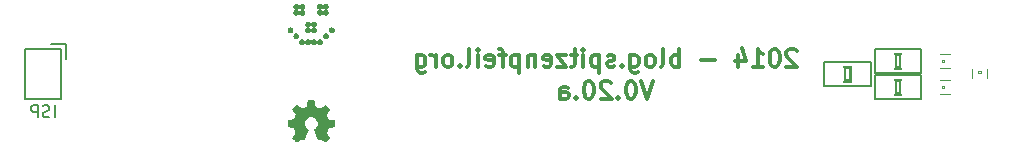
<source format=gbo>
%FSLAX34Y34*%
G04 Gerber Fmt 3.4, Leading zero omitted, Abs format*
G04 (created by PCBNEW (2014-05-06 BZR 4854)-product) date Tue 06 May 2014 08:28:12 PM CEST*
%MOIN*%
G01*
G70*
G90*
G04 APERTURE LIST*
%ADD10C,0.005906*%
%ADD11C,0.011811*%
%ADD12C,0.007874*%
%ADD13C,0.000100*%
%ADD14C,0.003937*%
%ADD15R,0.040000X0.040000*%
%ADD16C,0.040000*%
%ADD17R,0.051100X0.059000*%
%ADD18R,0.059055X0.047244*%
%ADD19R,0.047244X0.059055*%
%ADD20C,0.035400*%
G04 APERTURE END LIST*
G54D10*
G54D11*
X37168Y-41937D02*
X37140Y-41909D01*
X37083Y-41881D01*
X36943Y-41881D01*
X36886Y-41909D01*
X36858Y-41937D01*
X36830Y-41993D01*
X36830Y-42050D01*
X36858Y-42134D01*
X37196Y-42471D01*
X36830Y-42471D01*
X36465Y-41881D02*
X36408Y-41881D01*
X36352Y-41909D01*
X36324Y-41937D01*
X36296Y-41993D01*
X36268Y-42106D01*
X36268Y-42246D01*
X36296Y-42359D01*
X36324Y-42415D01*
X36352Y-42443D01*
X36408Y-42471D01*
X36465Y-42471D01*
X36521Y-42443D01*
X36549Y-42415D01*
X36577Y-42359D01*
X36605Y-42246D01*
X36605Y-42106D01*
X36577Y-41993D01*
X36549Y-41937D01*
X36521Y-41909D01*
X36465Y-41881D01*
X35705Y-42471D02*
X36043Y-42471D01*
X35874Y-42471D02*
X35874Y-41881D01*
X35930Y-41965D01*
X35987Y-42021D01*
X36043Y-42050D01*
X35199Y-42078D02*
X35199Y-42471D01*
X35340Y-41853D02*
X35480Y-42275D01*
X35115Y-42275D01*
X34440Y-42246D02*
X33990Y-42246D01*
X33259Y-42471D02*
X33259Y-41881D01*
X33259Y-42106D02*
X33203Y-42078D01*
X33090Y-42078D01*
X33034Y-42106D01*
X33006Y-42134D01*
X32978Y-42190D01*
X32978Y-42359D01*
X33006Y-42415D01*
X33034Y-42443D01*
X33090Y-42471D01*
X33203Y-42471D01*
X33259Y-42443D01*
X32640Y-42471D02*
X32696Y-42443D01*
X32724Y-42387D01*
X32724Y-41881D01*
X32331Y-42471D02*
X32387Y-42443D01*
X32415Y-42415D01*
X32443Y-42359D01*
X32443Y-42190D01*
X32415Y-42134D01*
X32387Y-42106D01*
X32331Y-42078D01*
X32246Y-42078D01*
X32190Y-42106D01*
X32162Y-42134D01*
X32134Y-42190D01*
X32134Y-42359D01*
X32162Y-42415D01*
X32190Y-42443D01*
X32246Y-42471D01*
X32331Y-42471D01*
X31628Y-42078D02*
X31628Y-42556D01*
X31656Y-42612D01*
X31684Y-42640D01*
X31740Y-42668D01*
X31825Y-42668D01*
X31881Y-42640D01*
X31628Y-42443D02*
X31684Y-42471D01*
X31796Y-42471D01*
X31853Y-42443D01*
X31881Y-42415D01*
X31909Y-42359D01*
X31909Y-42190D01*
X31881Y-42134D01*
X31853Y-42106D01*
X31796Y-42078D01*
X31684Y-42078D01*
X31628Y-42106D01*
X31347Y-42415D02*
X31318Y-42443D01*
X31347Y-42471D01*
X31375Y-42443D01*
X31347Y-42415D01*
X31347Y-42471D01*
X31093Y-42443D02*
X31037Y-42471D01*
X30925Y-42471D01*
X30868Y-42443D01*
X30840Y-42387D01*
X30840Y-42359D01*
X30868Y-42303D01*
X30925Y-42275D01*
X31009Y-42275D01*
X31065Y-42246D01*
X31093Y-42190D01*
X31093Y-42162D01*
X31065Y-42106D01*
X31009Y-42078D01*
X30925Y-42078D01*
X30868Y-42106D01*
X30587Y-42078D02*
X30587Y-42668D01*
X30587Y-42106D02*
X30531Y-42078D01*
X30419Y-42078D01*
X30362Y-42106D01*
X30334Y-42134D01*
X30306Y-42190D01*
X30306Y-42359D01*
X30334Y-42415D01*
X30362Y-42443D01*
X30419Y-42471D01*
X30531Y-42471D01*
X30587Y-42443D01*
X30053Y-42471D02*
X30053Y-42078D01*
X30053Y-41881D02*
X30081Y-41909D01*
X30053Y-41937D01*
X30025Y-41909D01*
X30053Y-41881D01*
X30053Y-41937D01*
X29856Y-42078D02*
X29631Y-42078D01*
X29772Y-41881D02*
X29772Y-42387D01*
X29744Y-42443D01*
X29687Y-42471D01*
X29631Y-42471D01*
X29491Y-42078D02*
X29181Y-42078D01*
X29491Y-42471D01*
X29181Y-42471D01*
X28731Y-42443D02*
X28787Y-42471D01*
X28900Y-42471D01*
X28956Y-42443D01*
X28984Y-42387D01*
X28984Y-42162D01*
X28956Y-42106D01*
X28900Y-42078D01*
X28787Y-42078D01*
X28731Y-42106D01*
X28703Y-42162D01*
X28703Y-42218D01*
X28984Y-42275D01*
X28450Y-42078D02*
X28450Y-42471D01*
X28450Y-42134D02*
X28422Y-42106D01*
X28366Y-42078D01*
X28281Y-42078D01*
X28225Y-42106D01*
X28197Y-42162D01*
X28197Y-42471D01*
X27916Y-42078D02*
X27916Y-42668D01*
X27916Y-42106D02*
X27859Y-42078D01*
X27747Y-42078D01*
X27691Y-42106D01*
X27663Y-42134D01*
X27634Y-42190D01*
X27634Y-42359D01*
X27663Y-42415D01*
X27691Y-42443D01*
X27747Y-42471D01*
X27859Y-42471D01*
X27916Y-42443D01*
X27466Y-42078D02*
X27241Y-42078D01*
X27381Y-42471D02*
X27381Y-41965D01*
X27353Y-41909D01*
X27297Y-41881D01*
X27241Y-41881D01*
X26819Y-42443D02*
X26875Y-42471D01*
X26988Y-42471D01*
X27044Y-42443D01*
X27072Y-42387D01*
X27072Y-42162D01*
X27044Y-42106D01*
X26988Y-42078D01*
X26875Y-42078D01*
X26819Y-42106D01*
X26791Y-42162D01*
X26791Y-42218D01*
X27072Y-42275D01*
X26538Y-42471D02*
X26538Y-42078D01*
X26538Y-41881D02*
X26566Y-41909D01*
X26538Y-41937D01*
X26510Y-41909D01*
X26538Y-41881D01*
X26538Y-41937D01*
X26172Y-42471D02*
X26228Y-42443D01*
X26257Y-42387D01*
X26257Y-41881D01*
X25947Y-42415D02*
X25919Y-42443D01*
X25947Y-42471D01*
X25975Y-42443D01*
X25947Y-42415D01*
X25947Y-42471D01*
X25582Y-42471D02*
X25638Y-42443D01*
X25666Y-42415D01*
X25694Y-42359D01*
X25694Y-42190D01*
X25666Y-42134D01*
X25638Y-42106D01*
X25582Y-42078D01*
X25497Y-42078D01*
X25441Y-42106D01*
X25413Y-42134D01*
X25385Y-42190D01*
X25385Y-42359D01*
X25413Y-42415D01*
X25441Y-42443D01*
X25497Y-42471D01*
X25582Y-42471D01*
X25132Y-42471D02*
X25132Y-42078D01*
X25132Y-42190D02*
X25104Y-42134D01*
X25075Y-42106D01*
X25019Y-42078D01*
X24963Y-42078D01*
X24513Y-42078D02*
X24513Y-42556D01*
X24541Y-42612D01*
X24569Y-42640D01*
X24625Y-42668D01*
X24710Y-42668D01*
X24766Y-42640D01*
X24513Y-42443D02*
X24569Y-42471D01*
X24682Y-42471D01*
X24738Y-42443D01*
X24766Y-42415D01*
X24794Y-42359D01*
X24794Y-42190D01*
X24766Y-42134D01*
X24738Y-42106D01*
X24682Y-42078D01*
X24569Y-42078D01*
X24513Y-42106D01*
X32376Y-42944D02*
X32179Y-43534D01*
X31982Y-42944D01*
X31673Y-42944D02*
X31616Y-42944D01*
X31560Y-42972D01*
X31532Y-43000D01*
X31504Y-43056D01*
X31476Y-43169D01*
X31476Y-43309D01*
X31504Y-43422D01*
X31532Y-43478D01*
X31560Y-43506D01*
X31616Y-43534D01*
X31673Y-43534D01*
X31729Y-43506D01*
X31757Y-43478D01*
X31785Y-43422D01*
X31813Y-43309D01*
X31813Y-43169D01*
X31785Y-43056D01*
X31757Y-43000D01*
X31729Y-42972D01*
X31673Y-42944D01*
X31223Y-43478D02*
X31195Y-43506D01*
X31223Y-43534D01*
X31251Y-43506D01*
X31223Y-43478D01*
X31223Y-43534D01*
X30970Y-43000D02*
X30942Y-42972D01*
X30885Y-42944D01*
X30745Y-42944D01*
X30688Y-42972D01*
X30660Y-43000D01*
X30632Y-43056D01*
X30632Y-43113D01*
X30660Y-43197D01*
X30998Y-43534D01*
X30632Y-43534D01*
X30267Y-42944D02*
X30210Y-42944D01*
X30154Y-42972D01*
X30126Y-43000D01*
X30098Y-43056D01*
X30070Y-43169D01*
X30070Y-43309D01*
X30098Y-43422D01*
X30126Y-43478D01*
X30154Y-43506D01*
X30210Y-43534D01*
X30267Y-43534D01*
X30323Y-43506D01*
X30351Y-43478D01*
X30379Y-43422D01*
X30407Y-43309D01*
X30407Y-43169D01*
X30379Y-43056D01*
X30351Y-43000D01*
X30323Y-42972D01*
X30267Y-42944D01*
X29817Y-43478D02*
X29789Y-43506D01*
X29817Y-43534D01*
X29845Y-43506D01*
X29817Y-43478D01*
X29817Y-43534D01*
X29282Y-43534D02*
X29282Y-43225D01*
X29311Y-43169D01*
X29367Y-43141D01*
X29479Y-43141D01*
X29535Y-43169D01*
X29282Y-43506D02*
X29339Y-43534D01*
X29479Y-43534D01*
X29535Y-43506D01*
X29564Y-43450D01*
X29564Y-43394D01*
X29535Y-43338D01*
X29479Y-43309D01*
X29339Y-43309D01*
X29282Y-43281D01*
G54D12*
X12797Y-41716D02*
X12297Y-41716D01*
X12797Y-41716D02*
X12797Y-42216D01*
X11456Y-41889D02*
X11456Y-43543D01*
X11456Y-43543D02*
X12598Y-43543D01*
X12598Y-43543D02*
X12637Y-43543D01*
X12637Y-43543D02*
X12637Y-41889D01*
X12637Y-41889D02*
X11456Y-41889D01*
G54D13*
G36*
X20507Y-44998D02*
X20515Y-44994D01*
X20534Y-44982D01*
X20560Y-44965D01*
X20591Y-44944D01*
X20622Y-44923D01*
X20648Y-44906D01*
X20666Y-44894D01*
X20673Y-44890D01*
X20677Y-44891D01*
X20692Y-44899D01*
X20714Y-44910D01*
X20726Y-44916D01*
X20746Y-44925D01*
X20756Y-44927D01*
X20757Y-44924D01*
X20765Y-44909D01*
X20776Y-44883D01*
X20791Y-44849D01*
X20808Y-44809D01*
X20826Y-44766D01*
X20844Y-44722D01*
X20862Y-44680D01*
X20877Y-44642D01*
X20890Y-44612D01*
X20898Y-44590D01*
X20901Y-44581D01*
X20900Y-44579D01*
X20890Y-44570D01*
X20873Y-44557D01*
X20835Y-44526D01*
X20799Y-44480D01*
X20776Y-44428D01*
X20769Y-44370D01*
X20775Y-44317D01*
X20796Y-44266D01*
X20832Y-44219D01*
X20876Y-44185D01*
X20927Y-44163D01*
X20984Y-44156D01*
X21039Y-44162D01*
X21091Y-44183D01*
X21138Y-44218D01*
X21157Y-44241D01*
X21184Y-44288D01*
X21200Y-44338D01*
X21201Y-44350D01*
X21199Y-44406D01*
X21183Y-44459D01*
X21154Y-44506D01*
X21113Y-44545D01*
X21108Y-44549D01*
X21089Y-44563D01*
X21077Y-44572D01*
X21067Y-44580D01*
X21137Y-44750D01*
X21148Y-44777D01*
X21168Y-44823D01*
X21185Y-44863D01*
X21198Y-44895D01*
X21208Y-44916D01*
X21212Y-44925D01*
X21212Y-44925D01*
X21218Y-44926D01*
X21231Y-44921D01*
X21255Y-44910D01*
X21271Y-44902D01*
X21289Y-44893D01*
X21297Y-44890D01*
X21304Y-44894D01*
X21321Y-44905D01*
X21346Y-44922D01*
X21376Y-44942D01*
X21405Y-44962D01*
X21432Y-44980D01*
X21451Y-44992D01*
X21461Y-44997D01*
X21462Y-44997D01*
X21470Y-44992D01*
X21486Y-44980D01*
X21509Y-44958D01*
X21541Y-44926D01*
X21546Y-44921D01*
X21573Y-44893D01*
X21595Y-44870D01*
X21610Y-44854D01*
X21615Y-44847D01*
X21615Y-44847D01*
X21610Y-44837D01*
X21598Y-44818D01*
X21580Y-44791D01*
X21559Y-44760D01*
X21503Y-44678D01*
X21534Y-44601D01*
X21543Y-44578D01*
X21555Y-44549D01*
X21564Y-44529D01*
X21569Y-44520D01*
X21577Y-44517D01*
X21598Y-44512D01*
X21629Y-44505D01*
X21665Y-44499D01*
X21700Y-44492D01*
X21731Y-44486D01*
X21754Y-44482D01*
X21764Y-44480D01*
X21766Y-44478D01*
X21768Y-44473D01*
X21770Y-44463D01*
X21770Y-44444D01*
X21771Y-44414D01*
X21771Y-44370D01*
X21771Y-44366D01*
X21770Y-44324D01*
X21770Y-44291D01*
X21769Y-44270D01*
X21767Y-44262D01*
X21767Y-44262D01*
X21757Y-44259D01*
X21735Y-44255D01*
X21704Y-44248D01*
X21666Y-44241D01*
X21664Y-44241D01*
X21627Y-44234D01*
X21596Y-44227D01*
X21574Y-44222D01*
X21565Y-44219D01*
X21563Y-44217D01*
X21555Y-44202D01*
X21544Y-44179D01*
X21532Y-44151D01*
X21520Y-44122D01*
X21509Y-44095D01*
X21502Y-44076D01*
X21500Y-44067D01*
X21500Y-44067D01*
X21506Y-44058D01*
X21519Y-44038D01*
X21537Y-44012D01*
X21559Y-43980D01*
X21560Y-43977D01*
X21582Y-43946D01*
X21599Y-43919D01*
X21611Y-43900D01*
X21615Y-43892D01*
X21615Y-43891D01*
X21608Y-43882D01*
X21592Y-43864D01*
X21569Y-43840D01*
X21541Y-43812D01*
X21532Y-43804D01*
X21502Y-43774D01*
X21481Y-43754D01*
X21467Y-43744D01*
X21461Y-43741D01*
X21461Y-43742D01*
X21451Y-43747D01*
X21431Y-43760D01*
X21404Y-43779D01*
X21372Y-43800D01*
X21370Y-43802D01*
X21339Y-43823D01*
X21313Y-43841D01*
X21294Y-43853D01*
X21286Y-43858D01*
X21284Y-43858D01*
X21272Y-43854D01*
X21249Y-43847D01*
X21222Y-43836D01*
X21193Y-43824D01*
X21166Y-43813D01*
X21146Y-43804D01*
X21137Y-43799D01*
X21137Y-43798D01*
X21133Y-43787D01*
X21128Y-43763D01*
X21121Y-43731D01*
X21114Y-43692D01*
X21113Y-43686D01*
X21106Y-43649D01*
X21100Y-43618D01*
X21095Y-43596D01*
X21093Y-43587D01*
X21088Y-43586D01*
X21069Y-43585D01*
X21041Y-43584D01*
X21007Y-43584D01*
X20972Y-43584D01*
X20938Y-43585D01*
X20908Y-43586D01*
X20887Y-43587D01*
X20878Y-43589D01*
X20877Y-43590D01*
X20874Y-43601D01*
X20869Y-43625D01*
X20862Y-43657D01*
X20855Y-43696D01*
X20854Y-43703D01*
X20847Y-43740D01*
X20840Y-43771D01*
X20836Y-43792D01*
X20833Y-43800D01*
X20830Y-43802D01*
X20815Y-43809D01*
X20790Y-43819D01*
X20758Y-43832D01*
X20686Y-43861D01*
X20598Y-43800D01*
X20590Y-43795D01*
X20558Y-43773D01*
X20532Y-43756D01*
X20514Y-43744D01*
X20506Y-43740D01*
X20506Y-43740D01*
X20497Y-43748D01*
X20479Y-43764D01*
X20455Y-43788D01*
X20428Y-43815D01*
X20407Y-43836D01*
X20383Y-43861D01*
X20367Y-43877D01*
X20359Y-43888D01*
X20356Y-43895D01*
X20357Y-43899D01*
X20362Y-43908D01*
X20375Y-43927D01*
X20393Y-43954D01*
X20415Y-43985D01*
X20433Y-44012D01*
X20452Y-44041D01*
X20464Y-44062D01*
X20469Y-44073D01*
X20468Y-44077D01*
X20461Y-44094D01*
X20451Y-44121D01*
X20438Y-44152D01*
X20407Y-44222D01*
X20361Y-44230D01*
X20333Y-44236D01*
X20294Y-44243D01*
X20257Y-44250D01*
X20199Y-44262D01*
X20197Y-44474D01*
X20206Y-44478D01*
X20215Y-44481D01*
X20236Y-44485D01*
X20267Y-44491D01*
X20303Y-44498D01*
X20334Y-44504D01*
X20365Y-44510D01*
X20387Y-44514D01*
X20397Y-44516D01*
X20400Y-44520D01*
X20408Y-44535D01*
X20419Y-44559D01*
X20431Y-44588D01*
X20443Y-44617D01*
X20454Y-44645D01*
X20462Y-44666D01*
X20465Y-44677D01*
X20461Y-44685D01*
X20449Y-44703D01*
X20432Y-44729D01*
X20411Y-44760D01*
X20389Y-44791D01*
X20372Y-44818D01*
X20359Y-44837D01*
X20354Y-44845D01*
X20357Y-44851D01*
X20369Y-44866D01*
X20392Y-44890D01*
X20427Y-44925D01*
X20433Y-44930D01*
X20460Y-44957D01*
X20484Y-44978D01*
X20500Y-44993D01*
X20507Y-44998D01*
X20507Y-44998D01*
G37*
G36*
X21281Y-41750D02*
X21301Y-41748D01*
X21319Y-41742D01*
X21327Y-41738D01*
X21344Y-41726D01*
X21357Y-41712D01*
X21367Y-41695D01*
X21374Y-41677D01*
X21377Y-41658D01*
X21376Y-41638D01*
X21372Y-41619D01*
X21363Y-41601D01*
X21357Y-41593D01*
X21349Y-41584D01*
X21340Y-41575D01*
X21332Y-41569D01*
X21329Y-41567D01*
X21312Y-41559D01*
X21294Y-41555D01*
X21275Y-41554D01*
X21268Y-41555D01*
X21257Y-41556D01*
X21248Y-41559D01*
X21237Y-41563D01*
X21226Y-41569D01*
X21210Y-41582D01*
X21197Y-41598D01*
X21187Y-41616D01*
X21184Y-41624D01*
X21182Y-41634D01*
X21181Y-41641D01*
X21181Y-41642D01*
X21180Y-41643D01*
X21180Y-41639D01*
X21180Y-41638D01*
X21177Y-41625D01*
X21172Y-41612D01*
X21166Y-41601D01*
X21155Y-41586D01*
X21140Y-41573D01*
X21123Y-41562D01*
X21103Y-41556D01*
X21083Y-41554D01*
X21077Y-41554D01*
X21062Y-41556D01*
X21047Y-41560D01*
X21044Y-41561D01*
X21027Y-41570D01*
X21012Y-41583D01*
X21000Y-41598D01*
X20991Y-41614D01*
X20986Y-41632D01*
X20985Y-41632D01*
X20984Y-41637D01*
X20984Y-41639D01*
X20984Y-41639D01*
X20984Y-41637D01*
X20982Y-41632D01*
X20982Y-41630D01*
X20976Y-41613D01*
X20967Y-41596D01*
X20954Y-41581D01*
X20942Y-41571D01*
X20925Y-41562D01*
X20906Y-41556D01*
X20885Y-41554D01*
X20871Y-41555D01*
X20851Y-41560D01*
X20833Y-41569D01*
X20817Y-41581D01*
X20805Y-41597D01*
X20803Y-41599D01*
X20799Y-41607D01*
X20796Y-41613D01*
X20794Y-41617D01*
X20791Y-41626D01*
X20789Y-41635D01*
X20788Y-41641D01*
X20788Y-41642D01*
X20788Y-41642D01*
X20787Y-41638D01*
X20785Y-41627D01*
X20780Y-41614D01*
X20774Y-41602D01*
X20762Y-41586D01*
X20747Y-41573D01*
X20730Y-41562D01*
X20710Y-41556D01*
X20690Y-41554D01*
X20671Y-41555D01*
X20652Y-41561D01*
X20635Y-41570D01*
X20619Y-41584D01*
X20611Y-41592D01*
X20604Y-41603D01*
X20598Y-41616D01*
X20594Y-41626D01*
X20591Y-41646D01*
X20592Y-41665D01*
X20596Y-41683D01*
X20603Y-41701D01*
X20614Y-41716D01*
X20628Y-41729D01*
X20644Y-41740D01*
X20662Y-41747D01*
X20682Y-41750D01*
X20683Y-41750D01*
X20704Y-41750D01*
X20722Y-41745D01*
X20740Y-41736D01*
X20747Y-41732D01*
X20760Y-41720D01*
X20771Y-41707D01*
X20780Y-41692D01*
X20782Y-41686D01*
X20784Y-41678D01*
X20786Y-41669D01*
X20787Y-41663D01*
X20787Y-41659D01*
X20788Y-41663D01*
X20788Y-41666D01*
X20790Y-41675D01*
X20793Y-41685D01*
X20796Y-41693D01*
X20801Y-41702D01*
X20813Y-41718D01*
X20828Y-41731D01*
X20845Y-41742D01*
X20865Y-41748D01*
X20868Y-41749D01*
X20882Y-41750D01*
X20896Y-41750D01*
X20909Y-41748D01*
X20922Y-41744D01*
X20940Y-41734D01*
X20957Y-41721D01*
X20958Y-41720D01*
X20969Y-41706D01*
X20977Y-41689D01*
X20982Y-41672D01*
X20983Y-41672D01*
X20984Y-41667D01*
X20984Y-41665D01*
X20984Y-41666D01*
X20985Y-41671D01*
X20985Y-41672D01*
X20988Y-41682D01*
X20993Y-41693D01*
X20998Y-41704D01*
X21007Y-41716D01*
X21022Y-41730D01*
X21039Y-41741D01*
X21059Y-41748D01*
X21062Y-41749D01*
X21075Y-41750D01*
X21090Y-41750D01*
X21102Y-41749D01*
X21113Y-41745D01*
X21132Y-41737D01*
X21148Y-41725D01*
X21162Y-41710D01*
X21172Y-41693D01*
X21174Y-41687D01*
X21177Y-41678D01*
X21179Y-41669D01*
X21180Y-41663D01*
X21180Y-41662D01*
X21180Y-41662D01*
X21181Y-41666D01*
X21181Y-41666D01*
X21184Y-41679D01*
X21189Y-41692D01*
X21195Y-41703D01*
X21197Y-41707D01*
X21210Y-41722D01*
X21226Y-41735D01*
X21243Y-41744D01*
X21261Y-41749D01*
X21281Y-41750D01*
X21281Y-41750D01*
G37*
G36*
X20486Y-41554D02*
X20498Y-41553D01*
X20509Y-41552D01*
X20523Y-41549D01*
X20541Y-41541D01*
X20557Y-41529D01*
X20571Y-41514D01*
X20581Y-41497D01*
X20588Y-41479D01*
X20591Y-41459D01*
X20589Y-41439D01*
X20584Y-41420D01*
X20575Y-41402D01*
X20563Y-41387D01*
X20547Y-41373D01*
X20542Y-41370D01*
X20523Y-41362D01*
X20503Y-41357D01*
X20483Y-41357D01*
X20463Y-41361D01*
X20447Y-41368D01*
X20430Y-41379D01*
X20415Y-41394D01*
X20404Y-41411D01*
X20397Y-41431D01*
X20395Y-41441D01*
X20394Y-41454D01*
X20394Y-41466D01*
X20396Y-41477D01*
X20397Y-41481D01*
X20405Y-41501D01*
X20416Y-41518D01*
X20431Y-41532D01*
X20449Y-41544D01*
X20458Y-41547D01*
X20469Y-41551D01*
X20479Y-41553D01*
X20486Y-41554D01*
X20486Y-41554D01*
G37*
G36*
X21478Y-41554D02*
X21498Y-41551D01*
X21518Y-41544D01*
X21536Y-41533D01*
X21540Y-41530D01*
X21553Y-41516D01*
X21564Y-41499D01*
X21571Y-41479D01*
X21573Y-41469D01*
X21574Y-41457D01*
X21574Y-41444D01*
X21572Y-41434D01*
X21571Y-41429D01*
X21563Y-41409D01*
X21552Y-41393D01*
X21537Y-41378D01*
X21520Y-41368D01*
X21502Y-41360D01*
X21481Y-41357D01*
X21474Y-41357D01*
X21454Y-41359D01*
X21435Y-41365D01*
X21419Y-41375D01*
X21404Y-41388D01*
X21392Y-41403D01*
X21384Y-41420D01*
X21379Y-41439D01*
X21378Y-41460D01*
X21379Y-41472D01*
X21381Y-41482D01*
X21385Y-41494D01*
X21393Y-41509D01*
X21406Y-41524D01*
X21421Y-41537D01*
X21439Y-41547D01*
X21458Y-41552D01*
X21478Y-41554D01*
X21478Y-41554D01*
G37*
G36*
X20290Y-41356D02*
X20304Y-41356D01*
X20316Y-41355D01*
X20330Y-41351D01*
X20348Y-41341D01*
X20365Y-41328D01*
X20375Y-41316D01*
X20385Y-41299D01*
X20392Y-41279D01*
X20393Y-41272D01*
X20394Y-41260D01*
X20393Y-41248D01*
X20392Y-41238D01*
X20390Y-41232D01*
X20383Y-41213D01*
X20371Y-41196D01*
X20357Y-41181D01*
X20339Y-41170D01*
X20332Y-41167D01*
X20320Y-41163D01*
X20307Y-41161D01*
X20292Y-41161D01*
X20283Y-41161D01*
X20272Y-41163D01*
X20262Y-41165D01*
X20252Y-41170D01*
X20245Y-41174D01*
X20229Y-41186D01*
X20215Y-41201D01*
X20205Y-41219D01*
X20199Y-41239D01*
X20198Y-41244D01*
X20197Y-41255D01*
X20197Y-41267D01*
X20199Y-41278D01*
X20200Y-41285D01*
X20208Y-41304D01*
X20219Y-41321D01*
X20234Y-41335D01*
X20251Y-41346D01*
X20271Y-41354D01*
X20277Y-41355D01*
X20290Y-41356D01*
X20290Y-41356D01*
G37*
G36*
X21080Y-41357D02*
X21099Y-41355D01*
X21118Y-41350D01*
X21129Y-41345D01*
X21146Y-41333D01*
X21160Y-41319D01*
X21170Y-41301D01*
X21177Y-41282D01*
X21178Y-41278D01*
X21181Y-41262D01*
X21180Y-41247D01*
X21176Y-41230D01*
X21168Y-41211D01*
X21157Y-41194D01*
X21142Y-41180D01*
X21124Y-41170D01*
X21104Y-41162D01*
X21092Y-41159D01*
X21098Y-41159D01*
X21100Y-41158D01*
X21114Y-41155D01*
X21129Y-41148D01*
X21142Y-41139D01*
X21145Y-41137D01*
X21159Y-41123D01*
X21170Y-41106D01*
X21177Y-41088D01*
X21180Y-41069D01*
X21180Y-41050D01*
X21175Y-41031D01*
X21167Y-41012D01*
X21166Y-41012D01*
X21154Y-40995D01*
X21139Y-40982D01*
X21123Y-40973D01*
X21105Y-40967D01*
X21086Y-40964D01*
X21067Y-40965D01*
X21048Y-40970D01*
X21030Y-40979D01*
X21014Y-40991D01*
X21006Y-41000D01*
X20996Y-41015D01*
X20989Y-41030D01*
X20985Y-41045D01*
X20984Y-41048D01*
X20984Y-41050D01*
X20984Y-41049D01*
X20983Y-41045D01*
X20980Y-41031D01*
X20974Y-41017D01*
X20965Y-41004D01*
X20960Y-40998D01*
X20946Y-40984D01*
X20928Y-40974D01*
X20910Y-40967D01*
X20890Y-40964D01*
X20870Y-40965D01*
X20857Y-40968D01*
X20838Y-40976D01*
X20822Y-40988D01*
X20808Y-41002D01*
X20797Y-41019D01*
X20790Y-41039D01*
X20789Y-41049D01*
X20788Y-41068D01*
X20791Y-41088D01*
X20798Y-41106D01*
X20809Y-41123D01*
X20824Y-41137D01*
X20841Y-41149D01*
X20849Y-41152D01*
X20858Y-41156D01*
X20866Y-41158D01*
X20873Y-41159D01*
X20874Y-41159D01*
X20873Y-41160D01*
X20869Y-41161D01*
X20859Y-41164D01*
X20846Y-41168D01*
X20835Y-41174D01*
X20829Y-41178D01*
X20816Y-41190D01*
X20804Y-41204D01*
X20796Y-41219D01*
X20790Y-41235D01*
X20788Y-41253D01*
X20788Y-41270D01*
X20789Y-41273D01*
X20794Y-41294D01*
X20803Y-41312D01*
X20817Y-41328D01*
X20828Y-41338D01*
X20845Y-41348D01*
X20865Y-41355D01*
X20872Y-41356D01*
X20883Y-41356D01*
X20894Y-41356D01*
X20905Y-41355D01*
X20913Y-41353D01*
X20919Y-41351D01*
X20938Y-41342D01*
X20955Y-41329D01*
X20968Y-41313D01*
X20973Y-41305D01*
X20979Y-41292D01*
X20982Y-41279D01*
X20983Y-41278D01*
X20984Y-41273D01*
X20984Y-41271D01*
X20984Y-41271D01*
X20984Y-41245D01*
X20984Y-41245D01*
X20984Y-41243D01*
X20982Y-41238D01*
X20982Y-41237D01*
X20976Y-41219D01*
X20967Y-41203D01*
X20954Y-41188D01*
X20939Y-41176D01*
X20923Y-41167D01*
X20922Y-41167D01*
X20913Y-41164D01*
X20905Y-41162D01*
X20896Y-41160D01*
X20904Y-41158D01*
X20916Y-41155D01*
X20934Y-41148D01*
X20950Y-41136D01*
X20963Y-41122D01*
X20974Y-41106D01*
X20978Y-41098D01*
X20981Y-41088D01*
X20983Y-41079D01*
X20984Y-41076D01*
X20984Y-41074D01*
X20984Y-41075D01*
X20985Y-41079D01*
X20987Y-41087D01*
X20990Y-41097D01*
X20994Y-41106D01*
X21000Y-41117D01*
X21013Y-41132D01*
X21028Y-41144D01*
X21046Y-41153D01*
X21064Y-41158D01*
X21073Y-41160D01*
X21064Y-41162D01*
X21062Y-41162D01*
X21054Y-41164D01*
X21045Y-41167D01*
X21044Y-41168D01*
X21027Y-41177D01*
X21012Y-41189D01*
X21000Y-41204D01*
X20991Y-41220D01*
X20986Y-41238D01*
X20985Y-41239D01*
X20984Y-41243D01*
X20984Y-41245D01*
X20984Y-41271D01*
X20984Y-41271D01*
X20984Y-41274D01*
X20986Y-41279D01*
X20989Y-41292D01*
X20997Y-41309D01*
X21009Y-41325D01*
X21024Y-41338D01*
X21041Y-41348D01*
X21041Y-41348D01*
X21060Y-41354D01*
X21080Y-41357D01*
X21080Y-41357D01*
G37*
G36*
X21665Y-41356D02*
X21681Y-41356D01*
X21696Y-41354D01*
X21705Y-41351D01*
X21724Y-41343D01*
X21740Y-41330D01*
X21753Y-41316D01*
X21763Y-41298D01*
X21769Y-41279D01*
X21771Y-41258D01*
X21771Y-41250D01*
X21767Y-41230D01*
X21759Y-41211D01*
X21747Y-41193D01*
X21743Y-41190D01*
X21729Y-41178D01*
X21713Y-41169D01*
X21696Y-41163D01*
X21695Y-41162D01*
X21680Y-41160D01*
X21664Y-41160D01*
X21650Y-41162D01*
X21644Y-41164D01*
X21626Y-41172D01*
X21609Y-41183D01*
X21596Y-41197D01*
X21585Y-41213D01*
X21578Y-41231D01*
X21574Y-41250D01*
X21575Y-41270D01*
X21579Y-41290D01*
X21586Y-41305D01*
X21597Y-41321D01*
X21612Y-41336D01*
X21629Y-41346D01*
X21648Y-41354D01*
X21650Y-41354D01*
X21665Y-41356D01*
X21665Y-41356D01*
G37*
G36*
X20692Y-40767D02*
X20712Y-40765D01*
X20731Y-40758D01*
X20740Y-40753D01*
X20748Y-40747D01*
X20758Y-40739D01*
X20768Y-40728D01*
X20778Y-40711D01*
X20785Y-40692D01*
X20786Y-40687D01*
X20787Y-40674D01*
X20787Y-40660D01*
X20786Y-40648D01*
X20780Y-40632D01*
X20771Y-40614D01*
X20759Y-40600D01*
X20757Y-40597D01*
X20748Y-40590D01*
X20738Y-40583D01*
X20728Y-40578D01*
X20724Y-40577D01*
X20716Y-40574D01*
X20708Y-40572D01*
X20702Y-40571D01*
X20699Y-40571D01*
X20703Y-40570D01*
X20707Y-40569D01*
X20714Y-40567D01*
X20721Y-40565D01*
X20736Y-40558D01*
X20750Y-40549D01*
X20762Y-40539D01*
X20764Y-40536D01*
X20775Y-40519D01*
X20783Y-40501D01*
X20787Y-40481D01*
X20787Y-40461D01*
X20787Y-40457D01*
X20781Y-40437D01*
X20772Y-40419D01*
X20758Y-40402D01*
X20746Y-40392D01*
X20729Y-40382D01*
X20710Y-40375D01*
X20706Y-40375D01*
X20693Y-40374D01*
X20679Y-40374D01*
X20667Y-40376D01*
X20655Y-40379D01*
X20637Y-40388D01*
X20622Y-40400D01*
X20609Y-40415D01*
X20599Y-40432D01*
X20593Y-40451D01*
X20592Y-40453D01*
X20591Y-40458D01*
X20590Y-40460D01*
X20590Y-40458D01*
X20589Y-40454D01*
X20587Y-40446D01*
X20584Y-40437D01*
X20581Y-40429D01*
X20578Y-40423D01*
X20566Y-40406D01*
X20551Y-40392D01*
X20533Y-40382D01*
X20514Y-40376D01*
X20493Y-40374D01*
X20477Y-40375D01*
X20458Y-40379D01*
X20441Y-40388D01*
X20431Y-40395D01*
X20416Y-40409D01*
X20405Y-40426D01*
X20398Y-40444D01*
X20394Y-40463D01*
X20394Y-40483D01*
X20399Y-40502D01*
X20407Y-40521D01*
X20419Y-40537D01*
X20434Y-40551D01*
X20451Y-40561D01*
X20471Y-40568D01*
X20483Y-40571D01*
X20476Y-40572D01*
X20472Y-40572D01*
X20456Y-40577D01*
X20441Y-40585D01*
X20426Y-40596D01*
X20415Y-40608D01*
X20408Y-40618D01*
X20401Y-40632D01*
X20397Y-40645D01*
X20395Y-40655D01*
X20394Y-40667D01*
X20394Y-40680D01*
X20396Y-40690D01*
X20399Y-40702D01*
X20409Y-40721D01*
X20421Y-40737D01*
X20437Y-40750D01*
X20455Y-40760D01*
X20476Y-40766D01*
X20481Y-40767D01*
X20493Y-40767D01*
X20506Y-40766D01*
X20517Y-40764D01*
X20525Y-40762D01*
X20543Y-40753D01*
X20560Y-40741D01*
X20573Y-40726D01*
X20583Y-40708D01*
X20589Y-40688D01*
X20589Y-40687D01*
X20590Y-40682D01*
X20591Y-40683D01*
X20591Y-40656D01*
X20590Y-40655D01*
X20589Y-40651D01*
X20589Y-40650D01*
X20586Y-40637D01*
X20579Y-40623D01*
X20571Y-40610D01*
X20565Y-40603D01*
X20550Y-40589D01*
X20532Y-40579D01*
X20512Y-40572D01*
X20503Y-40570D01*
X20509Y-40569D01*
X20515Y-40568D01*
X20522Y-40566D01*
X20526Y-40565D01*
X20544Y-40556D01*
X20559Y-40544D01*
X20573Y-40529D01*
X20582Y-40512D01*
X20589Y-40493D01*
X20590Y-40488D01*
X20591Y-40485D01*
X20592Y-40487D01*
X20593Y-40493D01*
X20593Y-40493D01*
X20596Y-40504D01*
X20601Y-40516D01*
X20607Y-40526D01*
X20612Y-40533D01*
X20621Y-40542D01*
X20631Y-40551D01*
X20640Y-40557D01*
X20641Y-40558D01*
X20656Y-40564D01*
X20672Y-40569D01*
X20679Y-40570D01*
X20671Y-40572D01*
X20654Y-40577D01*
X20636Y-40586D01*
X20620Y-40598D01*
X20608Y-40613D01*
X20605Y-40618D01*
X20600Y-40628D01*
X20596Y-40638D01*
X20593Y-40647D01*
X20592Y-40653D01*
X20592Y-40653D01*
X20591Y-40656D01*
X20591Y-40683D01*
X20591Y-40683D01*
X20592Y-40687D01*
X20594Y-40693D01*
X20595Y-40699D01*
X20599Y-40709D01*
X20609Y-40726D01*
X20622Y-40741D01*
X20637Y-40752D01*
X20655Y-40761D01*
X20673Y-40766D01*
X20692Y-40767D01*
X20692Y-40767D01*
G37*
G36*
X21284Y-40767D02*
X21303Y-40764D01*
X21322Y-40757D01*
X21338Y-40747D01*
X21353Y-40734D01*
X21364Y-40718D01*
X21373Y-40699D01*
X21374Y-40693D01*
X21376Y-40687D01*
X21376Y-40686D01*
X21377Y-40682D01*
X21377Y-40682D01*
X21377Y-40655D01*
X21376Y-40652D01*
X21374Y-40645D01*
X21371Y-40634D01*
X21362Y-40616D01*
X21350Y-40601D01*
X21335Y-40588D01*
X21318Y-40578D01*
X21299Y-40572D01*
X21289Y-40570D01*
X21296Y-40569D01*
X21297Y-40569D01*
X21313Y-40564D01*
X21328Y-40557D01*
X21334Y-40553D01*
X21344Y-40545D01*
X21354Y-40536D01*
X21361Y-40526D01*
X21366Y-40517D01*
X21372Y-40505D01*
X21375Y-40493D01*
X21376Y-40488D01*
X21377Y-40485D01*
X21378Y-40487D01*
X21379Y-40493D01*
X21383Y-40506D01*
X21392Y-40524D01*
X21405Y-40540D01*
X21420Y-40553D01*
X21438Y-40563D01*
X21459Y-40569D01*
X21465Y-40570D01*
X21456Y-40572D01*
X21447Y-40575D01*
X21428Y-40583D01*
X21411Y-40595D01*
X21397Y-40610D01*
X21393Y-40616D01*
X21388Y-40625D01*
X21383Y-40635D01*
X21381Y-40642D01*
X21379Y-40650D01*
X21379Y-40650D01*
X21378Y-40654D01*
X21377Y-40655D01*
X21377Y-40682D01*
X21378Y-40683D01*
X21379Y-40688D01*
X21381Y-40695D01*
X21386Y-40710D01*
X21394Y-40724D01*
X21400Y-40731D01*
X21414Y-40746D01*
X21432Y-40757D01*
X21452Y-40764D01*
X21460Y-40766D01*
X21474Y-40767D01*
X21488Y-40766D01*
X21500Y-40764D01*
X21501Y-40764D01*
X21521Y-40756D01*
X21538Y-40745D01*
X21553Y-40730D01*
X21564Y-40713D01*
X21571Y-40693D01*
X21573Y-40684D01*
X21574Y-40670D01*
X21573Y-40657D01*
X21571Y-40645D01*
X21568Y-40634D01*
X21561Y-40620D01*
X21553Y-40608D01*
X21544Y-40598D01*
X21532Y-40588D01*
X21519Y-40580D01*
X21515Y-40578D01*
X21505Y-40575D01*
X21496Y-40572D01*
X21489Y-40571D01*
X21488Y-40571D01*
X21491Y-40570D01*
X21496Y-40568D01*
X21508Y-40565D01*
X21521Y-40559D01*
X21531Y-40553D01*
X21534Y-40552D01*
X21546Y-40540D01*
X21558Y-40526D01*
X21566Y-40512D01*
X21569Y-40504D01*
X21573Y-40485D01*
X21574Y-40464D01*
X21570Y-40445D01*
X21569Y-40440D01*
X21561Y-40422D01*
X21549Y-40406D01*
X21534Y-40392D01*
X21516Y-40382D01*
X21497Y-40375D01*
X21494Y-40375D01*
X21480Y-40374D01*
X21466Y-40374D01*
X21453Y-40376D01*
X21450Y-40377D01*
X21430Y-40384D01*
X21413Y-40396D01*
X21399Y-40411D01*
X21387Y-40429D01*
X21385Y-40434D01*
X21382Y-40443D01*
X21379Y-40452D01*
X21378Y-40458D01*
X21378Y-40459D01*
X21378Y-40460D01*
X21376Y-40457D01*
X21375Y-40452D01*
X21372Y-40438D01*
X21363Y-40421D01*
X21351Y-40405D01*
X21337Y-40392D01*
X21319Y-40382D01*
X21319Y-40382D01*
X21301Y-40376D01*
X21281Y-40374D01*
X21261Y-40375D01*
X21243Y-40380D01*
X21232Y-40385D01*
X21215Y-40397D01*
X21201Y-40412D01*
X21190Y-40429D01*
X21183Y-40448D01*
X21182Y-40452D01*
X21180Y-40468D01*
X21181Y-40483D01*
X21185Y-40501D01*
X21193Y-40520D01*
X21205Y-40537D01*
X21220Y-40551D01*
X21238Y-40561D01*
X21258Y-40568D01*
X21262Y-40569D01*
X21266Y-40571D01*
X21266Y-40571D01*
X21260Y-40572D01*
X21248Y-40575D01*
X21236Y-40580D01*
X21225Y-40587D01*
X21214Y-40595D01*
X21200Y-40610D01*
X21189Y-40628D01*
X21188Y-40631D01*
X21182Y-40650D01*
X21180Y-40670D01*
X21183Y-40691D01*
X21189Y-40710D01*
X21194Y-40719D01*
X21200Y-40728D01*
X21208Y-40737D01*
X21209Y-40738D01*
X21225Y-40751D01*
X21242Y-40760D01*
X21262Y-40766D01*
X21264Y-40766D01*
X21284Y-40767D01*
X21284Y-40767D01*
G37*
G54D12*
X40391Y-43424D02*
X40136Y-43424D01*
X40136Y-43424D02*
X40136Y-42873D01*
X40391Y-42873D02*
X40136Y-42873D01*
X40391Y-43424D02*
X40391Y-42873D01*
X40971Y-43424D02*
X40715Y-43424D01*
X40715Y-43424D02*
X40715Y-42873D01*
X40971Y-42873D02*
X40715Y-42873D01*
X40971Y-43424D02*
X40971Y-42873D01*
X40629Y-43345D02*
X40473Y-43345D01*
X40473Y-43345D02*
X40473Y-42953D01*
X40629Y-42953D02*
X40473Y-42953D01*
X40629Y-43345D02*
X40629Y-42953D01*
X40712Y-42899D02*
X40390Y-42899D01*
X40712Y-43399D02*
X40390Y-43399D01*
X41327Y-42762D02*
X39775Y-42762D01*
X39775Y-42762D02*
X39775Y-43536D01*
X39775Y-43536D02*
X41327Y-43536D01*
X41327Y-43536D02*
X41327Y-42762D01*
X39018Y-42441D02*
X39273Y-42441D01*
X39273Y-42441D02*
X39273Y-42992D01*
X39018Y-42992D02*
X39273Y-42992D01*
X39018Y-42441D02*
X39018Y-42992D01*
X38438Y-42441D02*
X38694Y-42441D01*
X38694Y-42441D02*
X38694Y-42992D01*
X38438Y-42992D02*
X38694Y-42992D01*
X38438Y-42441D02*
X38438Y-42992D01*
X38780Y-42520D02*
X38936Y-42520D01*
X38936Y-42520D02*
X38936Y-42912D01*
X38780Y-42912D02*
X38936Y-42912D01*
X38780Y-42520D02*
X38780Y-42912D01*
X38697Y-42966D02*
X39019Y-42966D01*
X38697Y-42466D02*
X39019Y-42466D01*
X38082Y-43103D02*
X39634Y-43103D01*
X39634Y-43103D02*
X39634Y-42329D01*
X39634Y-42329D02*
X38082Y-42329D01*
X38082Y-42329D02*
X38082Y-43103D01*
X40391Y-42558D02*
X40136Y-42558D01*
X40136Y-42558D02*
X40136Y-42007D01*
X40391Y-42007D02*
X40136Y-42007D01*
X40391Y-42558D02*
X40391Y-42007D01*
X40971Y-42558D02*
X40715Y-42558D01*
X40715Y-42558D02*
X40715Y-42007D01*
X40971Y-42007D02*
X40715Y-42007D01*
X40971Y-42558D02*
X40971Y-42007D01*
X40629Y-42479D02*
X40473Y-42479D01*
X40473Y-42479D02*
X40473Y-42087D01*
X40629Y-42087D02*
X40473Y-42087D01*
X40629Y-42479D02*
X40629Y-42087D01*
X40712Y-42033D02*
X40390Y-42033D01*
X40712Y-42533D02*
X40390Y-42533D01*
X41327Y-41896D02*
X39775Y-41896D01*
X39775Y-41896D02*
X39775Y-42670D01*
X39775Y-42670D02*
X41327Y-42670D01*
X41327Y-42670D02*
X41327Y-41896D01*
G54D14*
X43021Y-42913D02*
X43021Y-42519D01*
X43513Y-42913D02*
X43513Y-42519D01*
X43513Y-42519D02*
X43513Y-42322D01*
X43021Y-42322D02*
X43021Y-42519D01*
X43513Y-43110D02*
X43513Y-42913D01*
X43021Y-43110D02*
X43021Y-42913D01*
X43513Y-42913D02*
X43021Y-42913D01*
X43021Y-42519D02*
X43513Y-42519D01*
X43513Y-42322D02*
X43405Y-42322D01*
X43129Y-42322D02*
X43021Y-42322D01*
X43021Y-43110D02*
X43129Y-43110D01*
X43513Y-43110D02*
X43405Y-43110D01*
X43306Y-42677D02*
X43228Y-42677D01*
X43228Y-42677D02*
X43228Y-42599D01*
X43306Y-42599D02*
X43228Y-42599D01*
X43306Y-42677D02*
X43306Y-42599D01*
X43404Y-42323D02*
G75*
G02X43130Y-42323I-137J0D01*
G74*
G01*
X43130Y-43109D02*
G75*
G02X43404Y-43109I137J0D01*
G74*
G01*
X42322Y-42529D02*
X41929Y-42529D01*
X42322Y-42037D02*
X41929Y-42037D01*
X41929Y-42037D02*
X41732Y-42037D01*
X41732Y-42529D02*
X41929Y-42529D01*
X42519Y-42037D02*
X42322Y-42037D01*
X42519Y-42529D02*
X42322Y-42529D01*
X42322Y-42037D02*
X42322Y-42529D01*
X41929Y-42529D02*
X41929Y-42037D01*
X41732Y-42037D02*
X41732Y-42145D01*
X41732Y-42421D02*
X41732Y-42529D01*
X42519Y-42529D02*
X42519Y-42421D01*
X42519Y-42037D02*
X42519Y-42145D01*
X42086Y-42244D02*
X42086Y-42322D01*
X42086Y-42322D02*
X42008Y-42322D01*
X42008Y-42244D02*
X42008Y-42322D01*
X42086Y-42244D02*
X42008Y-42244D01*
X41732Y-42146D02*
G75*
G02X41732Y-42420I0J-137D01*
G74*
G01*
X42518Y-42420D02*
G75*
G02X42518Y-42146I0J137D01*
G74*
G01*
X42322Y-43395D02*
X41929Y-43395D01*
X42322Y-42903D02*
X41929Y-42903D01*
X41929Y-42903D02*
X41732Y-42903D01*
X41732Y-43395D02*
X41929Y-43395D01*
X42519Y-42903D02*
X42322Y-42903D01*
X42519Y-43395D02*
X42322Y-43395D01*
X42322Y-42903D02*
X42322Y-43395D01*
X41929Y-43395D02*
X41929Y-42903D01*
X41732Y-42903D02*
X41732Y-43011D01*
X41732Y-43287D02*
X41732Y-43395D01*
X42519Y-43395D02*
X42519Y-43287D01*
X42519Y-42903D02*
X42519Y-43011D01*
X42086Y-43110D02*
X42086Y-43188D01*
X42086Y-43188D02*
X42008Y-43188D01*
X42008Y-43110D02*
X42008Y-43188D01*
X42086Y-43110D02*
X42008Y-43110D01*
X41732Y-43012D02*
G75*
G02X41732Y-43286I0J-137D01*
G74*
G01*
X42518Y-43286D02*
G75*
G02X42518Y-43012I0J137D01*
G74*
G01*
G54D12*
X12431Y-44154D02*
X12431Y-43760D01*
X12262Y-44135D02*
X12206Y-44154D01*
X12112Y-44154D01*
X12075Y-44135D01*
X12056Y-44116D01*
X12037Y-44079D01*
X12037Y-44041D01*
X12056Y-44004D01*
X12075Y-43985D01*
X12112Y-43967D01*
X12187Y-43948D01*
X12225Y-43929D01*
X12244Y-43910D01*
X12262Y-43873D01*
X12262Y-43835D01*
X12244Y-43798D01*
X12225Y-43779D01*
X12187Y-43760D01*
X12094Y-43760D01*
X12037Y-43779D01*
X11869Y-44154D02*
X11869Y-43760D01*
X11719Y-43760D01*
X11681Y-43779D01*
X11662Y-43798D01*
X11644Y-43835D01*
X11644Y-43892D01*
X11662Y-43929D01*
X11681Y-43948D01*
X11719Y-43967D01*
X11869Y-43967D01*
%LPC*%
G54D15*
X12297Y-42216D03*
G54D16*
X11797Y-42216D03*
X12297Y-42716D03*
X11797Y-42716D03*
X12297Y-43216D03*
X11797Y-43216D03*
G54D17*
X40925Y-43149D03*
X40177Y-43149D03*
X38484Y-42716D03*
X39232Y-42716D03*
X40925Y-42283D03*
X40177Y-42283D03*
G54D18*
X43267Y-43129D03*
X43267Y-42303D03*
G54D19*
X42538Y-42283D03*
X41712Y-42283D03*
X42538Y-43149D03*
X41712Y-43149D03*
G54D20*
X13149Y-41851D03*
X13149Y-43583D03*
M02*

</source>
